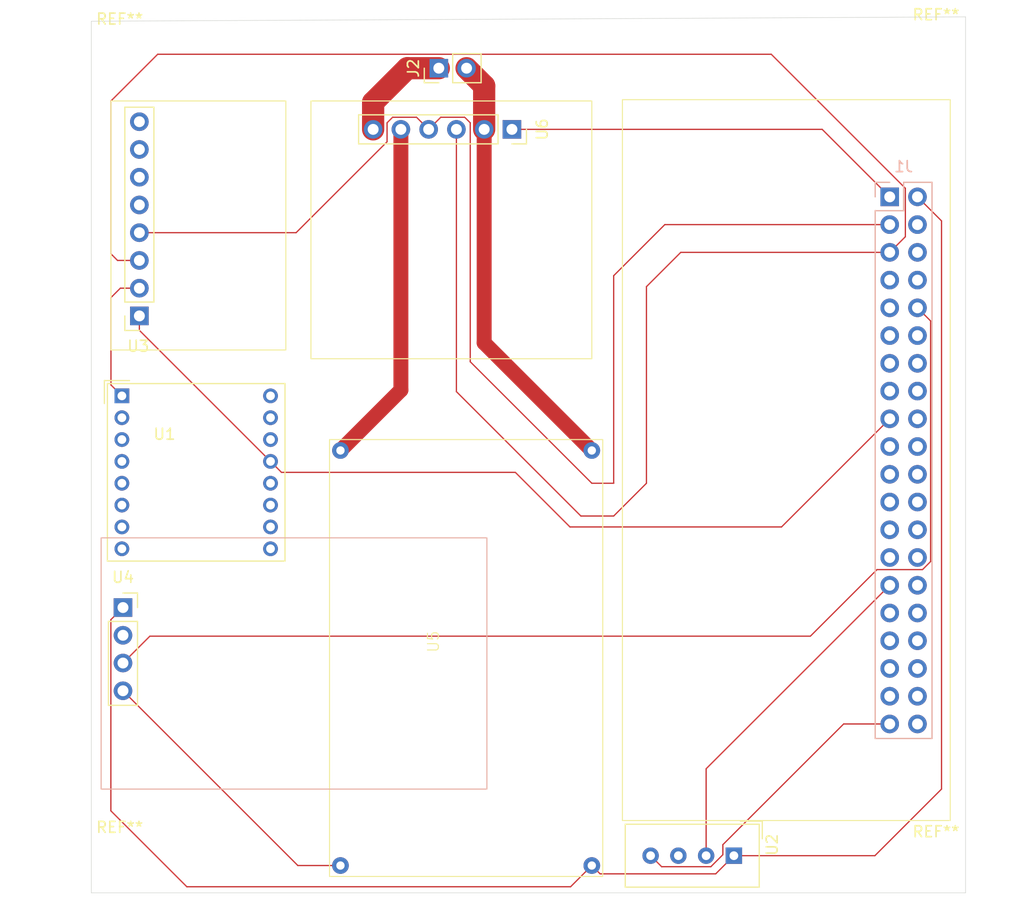
<source format=kicad_pcb>
(kicad_pcb (version 20240108) (generator "pcbnew") (generator_version "8.0")
  (layers (0 "F.Cu" signal) (31 "B.Cu" signal) (34 "B.Paste" user) (35 "F.Paste" user) (36 "B.SilkS" user "B.Silkscreen") (37 "F.SilkS" user "F.Silkscreen") (38 "B.Mask" user) (39 "F.Mask" user) (44 "Edge.Cuts" user))
  (net 0 "")
  (net 1 "GND")
  (net 2 "Net-(J1-ID_SC{slash}GPIO1)")
  (net 6 "Net-(J1-GCLK0{slash}GPIO4)")
  (net 8 "sda")
  (net 11 "+5V")
  (net 12 "Net-(J1-GPIO22)")
  (net 14 "Net-(J1-GPIO18{slash}PWM0)")
  (net 15 "Net-(J1-SCLK0{slash}GPIO11)")
  (net 17 "Net-(J1-GCLK1{slash}GPIO5)")
  (net 18 "Net-(J1-MOSI0{slash}GPIO10)")
  (net 20 "Net-(J1-GPIO17)")
  (net 22 "scl")
  (net 23 "Net-(J1-MISO0{slash}GPIO9)")
  (net 24 "Net-(J1-~{CE0}{slash}GPIO8)")
  (net 26 "+3.3V")
  (net 27 "Net-(J1-GPIO27)")
  (net 28 "gpstx")
  (net 31 "Net-(U5-vin)")
  (net 32 "Net-(J2-Pin_1)")
  (footprint "Connector_PinSocket_2.54mm:PinSocket_1x04_P2.54mm_Vertical" (layer "F.Cu") (at 83.1 118.38)
    (property "Reference" "U4" (at 0 -2.77 0) (layer "F.SilkS"))
    (property "Value" "~")
    (fp_line (start -1.33 1.27) (end -1.33 8.95) (stroke (width 0.12)) (layer "F.SilkS"))
    (fp_line (start -1.33 1.27) (end 1.33 1.27) (stroke (width 0.12)) (layer "F.SilkS"))
    (fp_line (start -1.33 8.95) (end 1.33 8.95) (stroke (width 0.12)) (layer "F.SilkS"))
    (fp_line (start 0 -1.33) (end 1.33 -1.33) (stroke (width 0.12)) (layer "F.SilkS"))
    (fp_line (start 1.33 -1.33) (end 1.33 0) (stroke (width 0.12)) (layer "F.SilkS"))
    (fp_line (start 1.33 1.27) (end 1.33 8.95) (stroke (width 0.12)) (layer "F.SilkS"))
    (pad "1" thru_hole rect (at 0 0) (size 1.7 1.7) (drill 1) (layers "*.Cu" "*.Mask") (net 11 "+5V"))
    (pad "2" thru_hole oval (at 0 2.54) (size 1.7 1.7) (drill 1) (layers "*.Cu" "*.Mask"))
    (pad "3" thru_hole oval (at 0 5.08) (size 1.7 1.7) (drill 1) (layers "*.Cu" "*.Mask") (net 28 "gpstx"))
    (pad "4" thru_hole oval (at 0 7.62) (size 1.7 1.7) (drill 1) (layers "*.Cu" "*.Mask") (net 1 "GND"))
  )
  (footprint "Connector_PinSocket_2.54mm:PinSocket_1x08_P2.54mm_Vertical" (layer "F.Cu") (at 84.6 91.68 180)
    (property "Reference" "U3" (at 0.1 -2.77 0) (layer "F.SilkS"))
    (property "Value" "MPU-6050")
    (fp_line (start 1.33 1.27) (end 1.33 19.11) (stroke (width 0.12)) (layer "F.SilkS"))
    (fp_line (start 1.33 -1.33) (end 1.33 0) (stroke (width 0.12)) (layer "F.SilkS"))
    (fp_line (start 0 -1.33) (end 1.33 -1.33) (stroke (width 0.12)) (layer "F.SilkS"))
    (fp_line (start -1.33 19.11) (end 1.33 19.11) (stroke (width 0.12)) (layer "F.SilkS"))
    (fp_line (start -1.33 1.27) (end 1.33 1.27) (stroke (width 0.12)) (layer "F.SilkS"))
    (fp_line (start -1.33 1.27) (end -1.33 19.11) (stroke (width 0.12)) (layer "F.SilkS"))
    (pad "1" thru_hole rect (at 0 0 180) (size 1.7 1.7) (drill 1) (layers "*.Cu" "*.Mask") (net 26 "+3.3V"))
    (pad "2" thru_hole oval (at 0 2.54 180) (size 1.7 1.7) (drill 1) (layers "*.Cu" "*.Mask") (net 1 "GND"))
    (pad "3" thru_hole oval (at 0 5.08 180) (size 1.7 1.7) (drill 1) (layers "*.Cu" "*.Mask") (net 22 "scl"))
    (pad "4" thru_hole oval (at 0 7.62 180) (size 1.7 1.7) (drill 1) (layers "*.Cu" "*.Mask") (net 8 "sda"))
    (pad "5" thru_hole oval (at 0 10.16 180) (size 1.7 1.7) (drill 1) (layers "*.Cu" "*.Mask"))
    (pad "6" thru_hole oval (at 0 12.7 180) (size 1.7 1.7) (drill 1) (layers "*.Cu" "*.Mask"))
    (pad "7" thru_hole oval (at 0 15.24 180) (size 1.7 1.7) (drill 1) (layers "*.Cu" "*.Mask"))
    (pad "8" thru_hole oval (at 0 17.78 180) (size 1.7 1.7) (drill 1) (layers "*.Cu" "*.Mask"))
  )
  (footprint "Sensor:Aosong_DHT11_5.5x12.0_P2.54mm" (layer "F.Cu") (at 139 141.0975 -90)
    (property "Reference" "U2" (at -1 -3.5 90) (layer "F.SilkS"))
    (property "Value" "DHT11")
    (fp_line (start -2.88 9.94) (end -2.88 -2.31) (stroke (width 0.12)) (layer "F.SilkS"))
    (fp_line (start 2.88 9.94) (end -2.88 9.94) (stroke (width 0.12)) (layer "F.SilkS"))
    (fp_line (start -2.87 -2.32) (end 2.87 -2.32) (stroke (width 0.12)) (layer "F.SilkS"))
    (fp_line (start 2.88 -2.32) (end 2.88 9.94) (stroke (width 0.12)) (layer "F.SilkS"))
    (fp_line (start -3.16 -2.6) (end -3.16 -0.6) (stroke (width 0.12)) (layer "F.SilkS"))
    (fp_line (start -3.16 -2.6) (end -1.55 -2.6) (stroke (width 0.12)) (layer "F.SilkS"))
    (pad "1" thru_hole rect (at 0 0 270) (size 1.5 1.5) (drill 0.8) (layers "*.Cu" "*.Mask") (net 11 "+5V"))
    (pad "2" thru_hole circle (at 0 2.54 270) (size 1.5 1.5) (drill 0.8) (layers "*.Cu" "*.Mask") (net 17 "Net-(J1-GCLK1{slash}GPIO5)"))
    (pad "3" thru_hole circle (at 0 5.08 270) (size 1.5 1.5) (drill 0.8) (layers "*.Cu" "*.Mask"))
    (pad "4" thru_hole circle (at 0 7.62 270) (size 1.5 1.5) (drill 0.8) (layers "*.Cu" "*.Mask") (net 1 "GND"))
  )
  (footprint "RF_Module:HOPERF_RFM9XW_THT" (layer "F.Cu") (at 83 99)
    (property "Reference" "U1" (at 3.9 3.51 0) (layer "F.SilkS"))
    (property "Value" "RFM95W-915S2")
    (fp_line (start -1.6 -1.4) (end 0.7 -1.4) (stroke (width 0.12)) (layer "F.SilkS"))
    (fp_line (start -1.6 0.7) (end -1.6 -1.4) (stroke (width 0.12)) (layer "F.SilkS"))
    (fp_line (start -1.325 -1.125) (end 14.925 -1.125) (stroke (width 0.12)) (layer "F.SilkS"))
    (fp_line (start -1.325 15.125) (end -1.325 -1.125) (stroke (width 0.12)) (layer "F.SilkS"))
    (fp_line (start 14.925 -1.125) (end 14.925 15.125) (stroke (width 0.12)) (layer "F.SilkS"))
    (fp_line (start 14.925 15.125) (end -1.325 15.125) (stroke (width 0.12)) (layer "F.SilkS"))
    (pad "1" thru_hole rect (at 0 0) (size 1.35 1.35) (drill 0.8) (layers "*.Cu" "*.Mask") (net 1 "GND"))
    (pad "2" thru_hole circle (at 0 2) (size 1.35 1.35) (drill 0.8) (layers "*.Cu" "*.Mask") (net 23 "Net-(J1-MISO0{slash}GPIO9)"))
    (pad "3" thru_hole circle (at 0 4) (size 1.35 1.35) (drill 0.8) (layers "*.Cu" "*.Mask") (net 18 "Net-(J1-MOSI0{slash}GPIO10)"))
    (pad "4" thru_hole circle (at 0 6) (size 1.35 1.35) (drill 0.8) (layers "*.Cu" "*.Mask") (net 15 "Net-(J1-SCLK0{slash}GPIO11)"))
    (pad "5" thru_hole circle (at 0 8) (size 1.35 1.35) (drill 0.8) (layers "*.Cu" "*.Mask") (net 24 "Net-(J1-~{CE0}{slash}GPIO8)"))
    (pad "6" thru_hole circle (at 0 10) (size 1.35 1.35) (drill 0.8) (layers "*.Cu" "*.Mask") (net 12 "Net-(J1-GPIO22)"))
    (pad "7" thru_hole circle (at 0 12) (size 1.35 1.35) (drill 0.8) (layers "*.Cu" "*.Mask"))
    (pad "8" thru_hole circle (at 0 14) (size 1.35 1.35) (drill 0.8) (layers "*.Cu" "*.Mask") (net 1 "GND"))
    (pad "9" thru_hole circle (at 13.6 14) (size 1.35 1.35) (drill 0.8) (layers "*.Cu" "*.Mask"))
    (pad "10" thru_hole circle (at 13.6 12) (size 1.35 1.35) (drill 0.8) (layers "*.Cu" "*.Mask") (net 1 "GND"))
    (pad "11" thru_hole circle (at 13.6 10) (size 1.35 1.35) (drill 0.8) (layers "*.Cu" "*.Mask") (net 27 "Net-(J1-GPIO27)"))
    (pad "12" thru_hole circle (at 13.6 8) (size 1.35 1.35) (drill 0.8) (layers "*.Cu" "*.Mask"))
    (pad "13" thru_hole circle (at 13.6 6) (size 1.35 1.35) (drill 0.8) (layers "*.Cu" "*.Mask") (net 26 "+3.3V"))
    (pad "14" thru_hole circle (at 13.6 4) (size 1.35 1.35) (drill 0.8) (layers "*.Cu" "*.Mask") (net 6 "Net-(J1-GCLK0{slash}GPIO4)"))
    (pad "15" thru_hole circle (at 13.6 2) (size 1.35 1.35) (drill 0.8) (layers "*.Cu" "*.Mask") (net 20 "Net-(J1-GPIO17)"))
    (pad "16" thru_hole circle (at 13.6 0) (size 1.35 1.35) (drill 0.8) (layers "*.Cu" "*.Mask") (net 14 "Net-(J1-GPIO18{slash}PWM0)"))
  )
  (footprint "MountingHole:MountingHole_2.1mm" (layer "F.Cu") (at 82.8 141.7)
    (property "Reference" "REF**" (at 0 -3.2 0) (layer "F.SilkS"))
    (property "Value" "MountingHole_2.1mm")
    (pad "" np_thru_hole circle (at 0 0) (size 2.1 2.1) (drill 2.1) (layers "*.Cu" "*.Mask"))
  )
  (footprint "MountingHole:MountingHole_2.1mm" (layer "F.Cu") (at 157.5 67.3)
    (property "Reference" "REF**" (at 0 -3.2 0) (layer "F.SilkS"))
    (property "Value" "MountingHole_2.1mm")
    (pad "" np_thru_hole circle (at 0 0) (size 2.1 2.1) (drill 2.1) (layers "*.Cu" "*.Mask"))
  )
  (footprint "Connector_PinSocket_2.54mm:PinSocket_1x06_P2.54mm_Vertical" (layer "F.Cu") (at 118.69 74.6 -90)
    (property "Reference" "U6" (at 0 -2.77 90) (layer "F.SilkS"))
    (property "Value" "INA219AxD")
    (fp_line (start -1.33 14.03) (end 1.33 14.03) (stroke (width 0.12)) (layer "F.SilkS"))
    (fp_line (start -1.33 1.27) (end -1.33 14.03) (stroke (width 0.12)) (layer "F.SilkS"))
    (fp_line (start -1.33 1.27) (end 1.33 1.27) (stroke (width 0.12)) (layer "F.SilkS"))
    (fp_line (start 1.33 1.27) (end 1.33 14.03) (stroke (width 0.12)) (layer "F.SilkS"))
    (fp_line (start 0 -1.33) (end 1.33 -1.33) (stroke (width 0.12)) (layer "F.SilkS"))
    (fp_line (start 1.33 -1.33) (end 1.33 0) (stroke (width 0.12)) (layer "F.SilkS"))
    (pad "1" thru_hole rect (at 0 0 270) (size 1.7 1.7) (drill 1) (layers "*.Cu" "*.Mask") (net 26 "+3.3V"))
    (pad "2" thru_hole oval (at 0 2.54 270) (size 1.7 1.7) (drill 1) (layers "*.Cu" "*.Mask") (net 1 "GND"))
    (pad "3" thru_hole oval (at 0 5.08 270) (size 1.7 1.7) (drill 1) (layers "*.Cu" "*.Mask") (net 22 "scl"))
    (pad "4" thru_hole oval (at 0 7.62 270) (size 1.7 1.7) (drill 1) (layers "*.Cu" "*.Mask") (net 8 "sda"))
    (pad "5" thru_hole oval (at 0 10.16 270) (size 1.7 1.7) (drill 1) (layers "*.Cu" "*.Mask") (net 31 "Net-(U5-vin)"))
    (pad "6" thru_hole oval (at 0 12.7 270) (size 1.7 1.7) (drill 1) (layers "*.Cu" "*.Mask") (net 32 "Net-(J2-Pin_1)"))
  )
  (footprint "custom:buck" (layer "F.Cu") (at 112.5 121.5 90)
    (property "Reference" "U5" (at 0 -1 90) (layer "F.SilkS") (effects (font (thickness 0.1))))
    (property "Value" "~")
    (fp_rect (start -21.5 -10.5) (end 18.5 14.5) (stroke (width 0.1)) (fill none) (layer "F.SilkS"))
    (pad "1" thru_hole circle (at 17.5 -9.5 90) (size 1.524 1.524) (drill 0.762) (layers "*.Cu" "*.Mask") (net 31 "Net-(U5-vin)"))
    (pad "2" thru_hole circle (at 17.5 13.5 90) (size 1.524 1.524) (drill 0.762) (layers "*.Cu" "*.Mask") (net 1 "GND"))
    (pad "3" thru_hole circle (at -20.5 13.5 90) (size 1.524 1.524) (drill 0.762) (layers "*.Cu" "*.Mask") (net 11 "+5V"))
    (pad "4" thru_hole circle (at -20.5 -9.5 90) (size 1.524 1.524) (drill 0.762) (layers "*.Cu" "*.Mask") (net 1 "GND"))
  )
  (footprint "MountingHole:MountingHole_2.1mm" (layer "F.Cu") (at 157.5 142.1)
    (property "Reference" "REF**" (at 0 -3.2 0) (layer "F.SilkS"))
    (property "Value" "MountingHole_2.1mm")
    (pad "" np_thru_hole circle (at 0 0) (size 2.1 2.1) (drill 2.1) (layers "*.Cu" "*.Mask"))
  )
  (footprint "MountingHole:MountingHole_2.1mm" (layer "F.Cu") (at 82.8 67.7)
    (property "Reference" "REF**" (at 0 -3.2 0) (layer "F.SilkS"))
    (property "Value" "MountingHole_2.1mm")
    (pad "" np_thru_hole circle (at 0 0) (size 2.1 2.1) (drill 2.1) (layers "*.Cu" "*.Mask"))
  )
  (footprint "Connector_PinHeader_2.54mm:PinHeader_1x02_P2.54mm_Vertical" (layer "F.Cu") (at 112 69 90)
    (property "Reference" "J2" (at 0 -2.33 90) (layer "F.SilkS"))
    (property "Value" "Conn_01x02_Pin")
    (fp_line (start -1.33 -1.33) (end 0 -1.33) (stroke (width 0.12)) (layer "F.SilkS"))
    (fp_line (start -1.33 0) (end -1.33 -1.33) (stroke (width 0.12)) (layer "F.SilkS"))
    (fp_line (start 1.33 1.27) (end 1.33 3.87) (stroke (width 0.12)) (layer "F.SilkS"))
    (fp_line (start -1.33 1.27) (end 1.33 1.27) (stroke (width 0.12)) (layer "F.SilkS"))
    (fp_line (start -1.33 1.27) (end -1.33 3.87) (stroke (width 0.12)) (layer "F.SilkS"))
    (fp_line (start -1.33 3.87) (end 1.33 3.87) (stroke (width 0.12)) (layer "F.SilkS"))
    (pad "1" thru_hole rect (at 0 0 90) (size 1.7 1.7) (drill 1) (layers "*.Cu" "*.Mask") (net 32 "Net-(J2-Pin_1)"))
    (pad "2" thru_hole oval (at 0 2.54 90) (size 1.7 1.7) (drill 1) (layers "*.Cu" "*.Mask") (net 1 "GND"))
  )
  (footprint "Connector_PinSocket_2.54mm:PinSocket_2x20_P2.54mm_Vertical" (layer "B.Cu") (at 153.26 80.78 180)
    (property "Reference" "J1" (at -1.27 2.77 0) (layer "B.SilkS") (effects (justify mirror)))
    (property "Value" "Raspberry_Pi_2_3")
    (fp_line (start 1.33 1.33) (end 0 1.33) (stroke (width 0.12)) (layer "B.SilkS"))
    (fp_line (start 1.33 0) (end 1.33 1.33) (stroke (width 0.12)) (layer "B.SilkS"))
    (fp_line (start 1.33 -1.27) (end -1.27 -1.27) (stroke (width 0.12)) (layer "B.SilkS"))
    (fp_line (start 1.33 -49.59) (end 1.33 -1.27) (stroke (width 0.12)) (layer "B.SilkS"))
    (fp_line (start 1.33 -49.59) (end -3.87 -49.59) (stroke (width 0.12)) (layer "B.SilkS"))
    (fp_line (start -1.27 1.33) (end -3.87 1.33) (stroke (width 0.12)) (layer "B.SilkS"))
    (fp_line (start -1.27 -1.27) (end -1.27 1.33) (stroke (width 0.12)) (layer "B.SilkS"))
    (fp_line (start -3.87 -49.59) (end -3.87 1.33) (stroke (width 0.12)) (layer "B.SilkS"))
    (pad "1" thru_hole rect (at 0 0 180) (size 1.7 1.7) (drill 1) (layers "*.Cu" "*.Mask") (net 26 "+3.3V"))
    (pad "2" thru_hole oval (at -2.54 0 180) (size 1.7 1.7) (drill 1) (layers "*.Cu" "*.Mask") (net 11 "+5V"))
    (pad "3" thru_hole oval (at 0 -2.54 180) (size 1.7 1.7) (drill 1) (layers "*.Cu" "*.Mask") (net 8 "sda"))
    (pad "4" thru_hole oval (at -2.54 -2.54 180) (size 1.7 1.7) (drill 1) (layers "*.Cu" "*.Mask") (net 11 "+5V"))
    (pad "5" thru_hole oval (at 0 -5.08 180) (size 1.7 1.7) (drill 1) (layers "*.Cu" "*.Mask") (net 22 "scl"))
    (pad "6" thru_hole oval (at -2.54 -5.08 180) (size 1.7 1.7) (drill 1) (layers "*.Cu" "*.Mask") (net 1 "GND"))
    (pad "7" thru_hole oval (at 0 -7.62 180) (size 1.7 1.7) (drill 1) (layers "*.Cu" "*.Mask") (net 6 "Net-(J1-GCLK0{slash}GPIO4)"))
    (pad "8" thru_hole oval (at -2.54 -7.62 180) (size 1.7 1.7) (drill 1) (layers "*.Cu" "*.Mask"))
    (pad "9" thru_hole oval (at 0 -10.16 180) (size 1.7 1.7) (drill 1) (layers "*.Cu" "*.Mask") (net 1 "GND"))
    (pad "10" thru_hole oval (at -2.54 -10.16 180) (size 1.7 1.7) (drill 1) (layers "*.Cu" "*.Mask") (net 28 "gpstx"))
    (pad "11" thru_hole oval (at 0 -12.7 180) (size 1.7 1.7) (drill 1) (layers "*.Cu" "*.Mask") (net 20 "Net-(J1-GPIO17)"))
    (pad "12" thru_hole oval (at -2.54 -12.7 180) (size 1.7 1.7) (drill 1) (layers "*.Cu" "*.Mask") (net 14 "Net-(J1-GPIO18{slash}PWM0)"))
    (pad "13" thru_hole oval (at 0 -15.24 180) (size 1.7 1.7) (drill 1) (layers "*.Cu" "*.Mask") (net 27 "Net-(J1-GPIO27)"))
    (pad "14" thru_hole oval (at -2.54 -15.24 180) (size 1.7 1.7) (drill 1) (layers "*.Cu" "*.Mask") (net 1 "GND"))
    (pad "15" thru_hole oval (at 0 -17.78 180) (size 1.7 1.7) (drill 1) (layers "*.Cu" "*.Mask") (net 12 "Net-(J1-GPIO22)"))
    (pad "16" thru_hole oval (at -2.54 -17.78 180) (size 1.7 1.7) (drill 1) (layers "*.Cu" "*.Mask"))
    (pad "17" thru_hole oval (at 0 -20.32 180) (size 1.7 1.7) (drill 1) (layers "*.Cu" "*.Mask") (net 26 "+3.3V"))
    (pad "18" thru_hole oval (at -2.54 -20.32 180) (size 1.7 1.7) (drill 1) (layers "*.Cu" "*.Mask"))
    (pad "19" thru_hole oval (at 0 -22.86 180) (size 1.7 1.7) (drill 1) (layers "*.Cu" "*.Mask") (net 18 "Net-(J1-MOSI0{slash}GPIO10)"))
    (pad "20" thru_hole oval (at -2.54 -22.86 180) (size 1.7 1.7) (drill 1) (layers "*.Cu" "*.Mask") (net 1 "GND"))
    (pad "21" thru_hole oval (at 0 -25.4 180) (size 1.7 1.7) (drill 1) (layers "*.Cu" "*.Mask") (net 23 "Net-(J1-MISO0{slash}GPIO9)"))
    (pad "22" thru_hole oval (at -2.54 -25.4 180) (size 1.7 1.7) (drill 1) (layers "*.Cu" "*.Mask"))
    (pad "23" thru_hole oval (at 0 -27.94 180) (size 1.7 1.7) (drill 1) (layers "*.Cu" "*.Mask") (net 15 "Net-(J1-SCLK0{slash}GPIO11)"))
    (pad "24" thru_hole oval (at -2.54 -27.94 180) (size 1.7 1.7) (drill 1) (layers "*.Cu" "*.Mask") (net 24 "Net-(J1-~{CE0}{slash}GPIO8)"))
    (pad "25" thru_hole oval (at 0 -30.48 180) (size 1.7 1.7) (drill 1) (layers "*.Cu" "*.Mask") (net 1 "GND"))
    (pad "26" thru_hole oval (at -2.54 -30.48 180) (size 1.7 1.7) (drill 1) (layers "*.Cu" "*.Mask"))
    (pad "27" thru_hole oval (at 0 -33.02 180) (size 1.7 1.7) (drill 1) (layers "*.Cu" "*.Mask") (net 2 "Net-(J1-ID_SC{slash}GPIO1)"))
    (pad "28" thru_hole oval (at -2.54 -33.02 180) (size 1.7 1.7) (drill 1) (layers "*.Cu" "*.Mask") (net 2 "Net-(J1-ID_SC{slash}GPIO1)"))
    (pad "29" thru_hole oval (at 0 -35.56 180) (size 1.7 1.7) (drill 1) (layers "*.Cu" "*.Mask") (net 17 "Net-(J1-GCLK1{slash}GPIO5)"))
    (pad "30" thru_hole oval (at -2.54 -35.56 180) (size 1.7 1.7) (drill 1) (layers "*.Cu" "*.Mask") (net 1 "GND"))
    (pad "31" thru_hole oval (at 0 -38.1 180) (size 1.7 1.7) (drill 1) (layers "*.Cu" "*.Mask"))
    (pad "32" thru_hole oval (at -2.54 -38.1 180) (size 1.7 1.7) (drill 1) (layers "*.Cu" "*.Mask"))
    (pad "33" thru_hole oval (at 0 -40.64 180) (size 1.7 1.7) (drill 1) (layers "*.Cu" "*.Mask"))
    (pad "34" thru_hole oval (at -2.54 -40.64 180) (size 1.7 1.7) (drill 1) (layers "*.Cu" "*.Mask") (net 1 "GND"))
    (pad "35" thru_hole oval (at 0 -43.18 180) (size 1.7 1.7) (drill 1) (layers "*.Cu" "*.Mask"))
    (pad "36" thru_hole oval (at -2.54 -43.18 180) (size 1.7 1.7) (drill 1) (layers "*.Cu" "*.Mask"))
    (pad "37" thru_hole oval (at 0 -45.72 180) (size 1.7 1.7) (drill 1) (layers "*.Cu" "*.Mask"))
    (pad "38" thru_hole oval (at -2.54 -45.72 180) (size 1.7 1.7) (drill 1) (layers "*.Cu" "*.Mask"))
    (pad "39" thru_hole oval (at 0 -48.26 180) (size 1.7 1.7) (drill 1) (layers "*.Cu" "*.Mask") (net 1 "GND"))
    (pad "40" thru_hole oval (at -2.54 -48.26 180) (size 1.7 1.7) (drill 1) (layers "*.Cu" "*.Mask"))
  )
  (gr_rect (start 81.1 112) (end 116.4 135) (stroke (width 0.1)) (fill none) (layer "B.SilkS"))
  (gr_rect (start 100.3 72) (end 126 95.6) (stroke (width 0.1)) (fill none) (layer "F.SilkS"))
  (gr_rect (start 128.8 71.88) (end 158.8 137.88) (stroke (width 0.1)) (fill none) (layer "F.SilkS"))
  (gr_rect (start 82 72) (end 98 94.8) (stroke (width 0.1)) (fill none) (layer "F.SilkS"))
  (gr_line (start 80.2 144.5) (end 80.2 64.7) (stroke (width 0.05)) (layer "Edge.Cuts"))
  (gr_line (start 160.2 64.3) (end 160.2 144.5) (stroke (width 0.05)) (layer "Edge.Cuts"))
  (gr_line (start 160.2 144.5) (end 80.2 144.5) (stroke (width 0.05)) (layer "Edge.Cuts"))
  (gr_line (start 80.2 64.7) (end 160.2 64.3) (stroke (width 0.05)) (layer "Edge.Cuts"))
  (segment (start 116.15 94.15) (end 116.15 74.6) (width 1.36703) (layer "F.Cu") (net 1))
  (segment (start 82 98) (end 83 99) (width 0.115469) (layer "F.Cu") (net 1))
  (segment (start 83.1 126) (end 99.1 142) (width 0.115469) (layer "F.Cu") (net 1))
  (segment (start 82.86 89.14) (end 82 90) (width 0.115469) (layer "F.Cu") (net 1))
  (segment (start 82 90) (end 82 98) (width 0.115469) (layer "F.Cu") (net 1))
  (segment (start 132.387735 142.105235) (end 136.894765 142.105235) (width 0.115469) (layer "F.Cu") (net 1))
  (segment (start 136.894765 142.105235) (end 137.992265 141.007735) (width 0.115469) (layer "F.Cu") (net 1))
  (segment (start 149.04203 129.04) (end 153.26 129.04) (width 0.115469) (layer "F.Cu") (net 1))
  (segment (start 116.15 70.61) (end 116.15 74.6) (width 2.03286) (layer "F.Cu") (net 1))
  (segment (start 131.38 141.0975) (end 132.387735 142.105235) (width 0.115469) (layer "F.Cu") (net 1))
  (segment (start 137.992265 141.007735) (end 137.992265 140.089765) (width 0.115469) (layer "F.Cu") (net 1))
  (segment (start 137.992265 140.089765) (end 149.04203 129.04) (width 0.115469) (layer "F.Cu") (net 1))
  (segment (start 84.6 89.14) (end 82.86 89.14) (width 0.115469) (layer "F.Cu") (net 1))
  (segment (start 126 104) (end 116.15 94.15) (width 1.36703) (layer "F.Cu") (net 1))
  (segment (start 114.54 69) (end 116.15 70.61) (width 2.03286) (layer "F.Cu") (net 1))
  (segment (start 99.1 142) (end 103 142) (width 0.115469) (layer "F.Cu") (net 1))
  (segment (start 114.368101 73.492265) (end 114.875836 74) (width 0.115469) (layer "F.Cu") (net 8))
  (segment (start 109.962265 73.492265) (end 107.771899 73.492265) (width 0.115469) (layer "F.Cu") (net 8))
  (segment (start 128 88) (end 132.68 83.32) (width 0.115469) (layer "F.Cu") (net 8))
  (segment (start 126 107) (end 128 107) (width 0.115469) (layer "F.Cu") (net 8))
  (segment (start 107.264164 75.735836) (end 98.94 84.06) (width 0.115469) (layer "F.Cu") (net 8))
  (segment (start 107.771899 73.492265) (end 107.264164 74) (width 0.115469) (layer "F.Cu") (net 8))
  (segment (start 132.68 83.32) (end 153.26 83.32) (width 0.115469) (layer "F.Cu") (net 8))
  (segment (start 128 107) (end 128 88) (width 0.115469) (layer "F.Cu") (net 8))
  (segment (start 114.875836 95.875836) (end 126 107) (width 0.115469) (layer "F.Cu") (net 8))
  (segment (start 112.177735 73.492265) (end 114.368101 73.492265) (width 0.115469) (layer "F.Cu") (net 8))
  (segment (start 114.875836 74) (end 114.875836 95.875836) (width 0.115469) (layer "F.Cu") (net 8))
  (segment (start 111.07 74.6) (end 112.177735 73.492265) (width 0.115469) (layer "F.Cu") (net 8))
  (segment (start 98.94 84.06) (end 84.6 84.06) (width 0.115469) (layer "F.Cu") (net 8))
  (segment (start 107.264164 74) (end 107.264164 75.735836) (width 0.115469) (layer "F.Cu") (net 8))
  (segment (start 111.07 74.6) (end 109.962265 73.492265) (width 0.115469) (layer "F.Cu") (net 8))
  (segment (start 124.057734 143.942266) (end 126 142) (width 0.115469) (layer "F.Cu") (net 11))
  (segment (start 88.942266 143.942266) (end 124.057734 143.942266) (width 0.115469) (layer "F.Cu") (net 11))
  (segment (start 137.335501 142.761999) (end 139 141.0975) (width 0.115469) (layer "F.Cu") (net 11))
  (segment (start 126 142) (end 126.761999 142.761999) (width 0.115469) (layer "F.Cu") (net 11))
  (segment (start 83.1 118.38) (end 81.992265 119.487735) (width 0.115469) (layer "F.Cu") (net 11))
  (segment (start 151.9025 141.0975) (end 158 135) (width 0.115469) (layer "F.Cu") (net 11))
  (segment (start 139 141.0975) (end 151.9025 141.0975) (width 0.115469) (layer "F.Cu") (net 11))
  (segment (start 126.761999 142.761999) (end 137.335501 142.761999) (width 0.115469) (layer "F.Cu") (net 11))
  (segment (start 81.992265 119.487735) (end 81.992265 136.992265) (width 0.115469) (layer "F.Cu") (net 11))
  (segment (start 158 82.98) (end 155.8 80.78) (width 0.115469) (layer "F.Cu") (net 11))
  (segment (start 158 135) (end 158 82.98) (width 0.115469) (layer "F.Cu") (net 11))
  (segment (start 81.992265 136.992265) (end 88.942266 143.942266) (width 0.115469) (layer "F.Cu") (net 11))
  (segment (start 136.46 133.14) (end 153.26 116.34) (width 0.115469) (layer "F.Cu") (net 17))
  (segment (start 136.46 141.0975) (end 136.46 133.14) (width 0.115469) (layer "F.Cu") (net 17))
  (segment (start 131 107) (end 131 89) (width 0.115469) (layer "F.Cu") (net 22))
  (segment (start 154.692265 84.427735) (end 153.26 85.86) (width 0.115469) (layer "F.Cu") (net 22))
  (segment (start 113.61 98.61) (end 125 110) (width 0.115469) (layer "F.Cu") (net 22))
  (segment (start 134.14 85.86) (end 153.26 85.86) (width 0.115469) (layer "F.Cu") (net 22))
  (segment (start 86.274164 67.725836) (end 142.421306 67.725836) (width 0.115469) (layer "F.Cu") (net 22))
  (segment (start 82.6 86.6) (end 82 86) (width 0.115469) (layer "F.Cu") (net 22))
  (segment (start 82 86) (end 82 72) (width 0.115469) (layer "F.Cu") (net 22))
  (segment (start 82 72) (end 86.274164 67.725836) (width 0.115469) (layer "F.Cu") (net 22))
  (segment (start 142.421306 67.725836) (end 154.692265 79.996795) (width 0.115469) (layer "F.Cu") (net 22))
  (segment (start 131 89) (end 134.14 85.86) (width 0.115469) (layer "F.Cu") (net 22))
  (segment (start 113.61 74.6) (end 113.61 98.61) (width 0.115469) (layer "F.Cu") (net 22))
  (segment (start 154.692265 79.996795) (end 154.692265 84.427735) (width 0.115469) (layer "F.Cu") (net 22))
  (segment (start 125 110) (end 128 110) (width 0.115469) (layer "F.Cu") (net 22))
  (segment (start 84.6 86.6) (end 82.6 86.6) (width 0.115469) (layer "F.Cu") (net 22))
  (segment (start 128 110) (end 131 107) (width 0.115469) (layer "F.Cu") (net 22))
  (segment (start 124 111) (end 143.36 111) (width 0.115469) (layer "F.Cu") (net 26))
  (segment (start 143.36 111) (end 153.26 101.1) (width 0.115469) (layer "F.Cu") (net 26))
  (segment (start 147.08 74.6) (end 153.26 80.78) (width 0.115469) (layer "F.Cu") (net 26))
  (segment (start 84.6 91.68) (end 84.6 93) (width 0.115469) (layer "F.Cu") (net 26))
  (segment (start 96.6 105) (end 97.6 106) (width 0.115469) (layer "F.Cu") (net 26))
  (segment (start 119 106) (end 124 111) (width 0.115469) (layer "F.Cu") (net 26))
  (segment (start 97.6 106) (end 119 106) (width 0.115469) (layer "F.Cu") (net 26))
  (segment (start 84.6 93) (end 96.6 105) (width 0.115469) (layer "F.Cu") (net 26))
  (segment (start 118.69 74.6) (end 147.08 74.6) (width 0.115469) (layer "F.Cu") (net 26))
  (segment (start 157 92.14) (end 155.8 90.94) (width 0.115469) (layer "F.Cu") (net 28))
  (segment (start 152.092265 114.907735) (end 156.258839 114.907735) (width 0.115469) (layer "F.Cu") (net 28))
  (segment (start 83.1 123.46) (end 85.56 121) (width 0.115469) (layer "F.Cu") (net 28))
  (segment (start 85.56 121) (end 146 121) (width 0.115469) (layer "F.Cu") (net 28))
  (segment (start 157 114.166574) (end 157 92.14) (width 0.115469) (layer "F.Cu") (net 28))
  (segment (start 146 121) (end 152.092265 114.907735) (width 0.115469) (layer "F.Cu") (net 28))
  (segment (start 156.258839 114.907735) (end 157 114.166574) (width 0.115469) (layer "F.Cu") (net 28))
  (segment (start 108.53 98.47) (end 103 104) (width 1.36703) (layer "F.Cu") (net 31))
  (segment (start 108.53 74.6) (end 108.53 98.47) (width 1.36703) (layer "F.Cu") (net 31))
  (segment (start 109.11714 69) (end 105.99 72.12714) (width 2.03286) (layer "F.Cu") (net 32))
  (segment (start 112 69) (end 109.11714 69) (width 2.03286) (layer "F.Cu") (net 32))
  (segment (start 105.99 72.12714) (end 105.99 74.6) (width 2.03286) (layer "F.Cu") (net 32))
)
</source>
